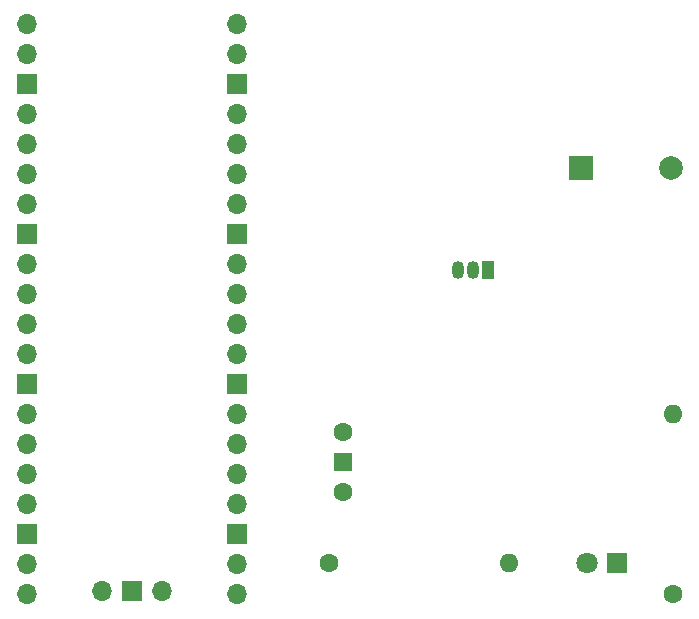
<source format=gbr>
%TF.GenerationSoftware,KiCad,Pcbnew,8.0.1*%
%TF.CreationDate,2024-04-01T02:41:18-03:00*%
%TF.ProjectId,PonderadaPCB,506f6e64-6572-4616-9461-5043422e6b69,rev?*%
%TF.SameCoordinates,Original*%
%TF.FileFunction,Copper,L2,Bot*%
%TF.FilePolarity,Positive*%
%FSLAX46Y46*%
G04 Gerber Fmt 4.6, Leading zero omitted, Abs format (unit mm)*
G04 Created by KiCad (PCBNEW 8.0.1) date 2024-04-01 02:41:18*
%MOMM*%
%LPD*%
G01*
G04 APERTURE LIST*
%TA.AperFunction,ComponentPad*%
%ADD10R,1.500000X1.500000*%
%TD*%
%TA.AperFunction,ComponentPad*%
%ADD11C,1.600000*%
%TD*%
%TA.AperFunction,ComponentPad*%
%ADD12R,1.800000X1.800000*%
%TD*%
%TA.AperFunction,ComponentPad*%
%ADD13C,1.800000*%
%TD*%
%TA.AperFunction,ComponentPad*%
%ADD14O,1.600000X1.600000*%
%TD*%
%TA.AperFunction,ComponentPad*%
%ADD15R,1.050000X1.500000*%
%TD*%
%TA.AperFunction,ComponentPad*%
%ADD16O,1.050000X1.500000*%
%TD*%
%TA.AperFunction,ComponentPad*%
%ADD17O,1.700000X1.700000*%
%TD*%
%TA.AperFunction,ComponentPad*%
%ADD18R,1.700000X1.700000*%
%TD*%
%TA.AperFunction,ComponentPad*%
%ADD19R,2.000000X2.000000*%
%TD*%
%TA.AperFunction,ComponentPad*%
%ADD20C,2.000000*%
%TD*%
G04 APERTURE END LIST*
D10*
%TO.P,SW1,1,B*%
%TO.N,GND (Switch)*%
X161500000Y-110460000D03*
D11*
%TO.P,SW1,2,C*%
X161500000Y-107920000D03*
%TO.P,SW1,3,A*%
%TO.N,unconnected-(SW1-A-Pad3)*%
X161500000Y-113000000D03*
%TD*%
D12*
%TO.P,D1,1,K*%
%TO.N,GND (LED)*%
X184775000Y-119000000D03*
D13*
%TO.P,D1,2,A*%
%TO.N,Net-(D1-A)*%
X182235000Y-119000000D03*
%TD*%
D11*
%TO.P,R1,1*%
%TO.N,GP17 (LED)*%
X160380000Y-119000000D03*
D14*
%TO.P,R1,2*%
%TO.N,Net-(D1-A)*%
X175620000Y-119000000D03*
%TD*%
D15*
%TO.P,Q1,1,C*%
%TO.N,Net-(BZ1--)*%
X173770000Y-94140000D03*
D16*
%TO.P,Q1,2,B*%
%TO.N,Net-(Q1-B)*%
X172500000Y-94140000D03*
%TO.P,Q1,3,E*%
%TO.N,GND (Buzzer)*%
X171230000Y-94140000D03*
%TD*%
D17*
%TO.P,U1,1,GPIO0*%
%TO.N,unconnected-(U1-GPIO0-Pad1)*%
X134755000Y-73355000D03*
%TO.P,U1,2,GPIO1*%
%TO.N,unconnected-(U1-GPIO1-Pad2)*%
X134755000Y-75895000D03*
D18*
%TO.P,U1,3,GND*%
%TO.N,unconnected-(U1-GND-Pad3)*%
X134755000Y-78435000D03*
D17*
%TO.P,U1,4,GPIO2*%
%TO.N,unconnected-(U1-GPIO2-Pad4)*%
X134755000Y-80975000D03*
%TO.P,U1,5,GPIO3*%
%TO.N,unconnected-(U1-GPIO3-Pad5)*%
X134755000Y-83515000D03*
%TO.P,U1,6,GPIO4*%
%TO.N,unconnected-(U1-GPIO4-Pad6)*%
X134755000Y-86055000D03*
%TO.P,U1,7,GPIO5*%
%TO.N,unconnected-(U1-GPIO5-Pad7)*%
X134755000Y-88595000D03*
D18*
%TO.P,U1,8,GND*%
%TO.N,unconnected-(U1-GND-Pad8)*%
X134755000Y-91135000D03*
D17*
%TO.P,U1,9,GPIO6*%
%TO.N,unconnected-(U1-GPIO6-Pad9)*%
X134755000Y-93675000D03*
%TO.P,U1,10,GPIO7*%
%TO.N,unconnected-(U1-GPIO7-Pad10)*%
X134755000Y-96215000D03*
%TO.P,U1,11,GPIO8*%
%TO.N,unconnected-(U1-GPIO8-Pad11)*%
X134755000Y-98755000D03*
%TO.P,U1,12,GPIO9*%
%TO.N,unconnected-(U1-GPIO9-Pad12)*%
X134755000Y-101295000D03*
D18*
%TO.P,U1,13,GND*%
%TO.N,unconnected-(U1-GND-Pad13)*%
X134755000Y-103835000D03*
D17*
%TO.P,U1,14,GPIO10*%
%TO.N,unconnected-(U1-GPIO10-Pad14)*%
X134755000Y-106375000D03*
%TO.P,U1,15,GPIO11*%
%TO.N,unconnected-(U1-GPIO11-Pad15)*%
X134755000Y-108915000D03*
%TO.P,U1,16,GPIO12*%
%TO.N,unconnected-(U1-GPIO12-Pad16)*%
X134755000Y-111455000D03*
%TO.P,U1,17,GPIO13*%
%TO.N,unconnected-(U1-GPIO13-Pad17)*%
X134755000Y-113995000D03*
D18*
%TO.P,U1,18,GND*%
%TO.N,unconnected-(U1-GND-Pad18)*%
X134755000Y-116535000D03*
D17*
%TO.P,U1,19,GPIO14*%
%TO.N,unconnected-(U1-GPIO14-Pad19)*%
X134755000Y-119075000D03*
%TO.P,U1,20,GPIO15*%
%TO.N,unconnected-(U1-GPIO15-Pad20)*%
X134755000Y-121615000D03*
%TO.P,U1,21,GPIO16*%
%TO.N,GP16 (Buzzer)*%
X152535000Y-121615000D03*
%TO.P,U1,22,GPIO17*%
%TO.N,GP17 (LED)*%
X152535000Y-119075000D03*
D18*
%TO.P,U1,23,GND*%
%TO.N,GND (Switch)*%
X152535000Y-116535000D03*
D17*
%TO.P,U1,24,GPIO18*%
X152535000Y-113995000D03*
%TO.P,U1,25,GPIO19*%
X152535000Y-111455000D03*
%TO.P,U1,26,GPIO20*%
%TO.N,unconnected-(U1-GPIO20-Pad26)*%
X152535000Y-108915000D03*
%TO.P,U1,27,GPIO21*%
%TO.N,unconnected-(U1-GPIO21-Pad27)*%
X152535000Y-106375000D03*
D18*
%TO.P,U1,28,GND*%
%TO.N,GND (LED)*%
X152535000Y-103835000D03*
D17*
%TO.P,U1,29,GPIO22*%
%TO.N,unconnected-(U1-GPIO22-Pad29)*%
X152535000Y-101295000D03*
%TO.P,U1,30,RUN*%
%TO.N,unconnected-(U1-RUN-Pad30)*%
X152535000Y-98755000D03*
%TO.P,U1,31,GPIO26_ADC0*%
%TO.N,unconnected-(U1-GPIO26_ADC0-Pad31)*%
X152535000Y-96215000D03*
%TO.P,U1,32,GPIO27_ADC1*%
%TO.N,unconnected-(U1-GPIO27_ADC1-Pad32)*%
X152535000Y-93675000D03*
D18*
%TO.P,U1,33,AGND*%
%TO.N,unconnected-(U1-AGND-Pad33)*%
X152535000Y-91135000D03*
D17*
%TO.P,U1,34,GPIO28_ADC2*%
%TO.N,unconnected-(U1-GPIO28_ADC2-Pad34)*%
X152535000Y-88595000D03*
%TO.P,U1,35,ADC_VREF*%
%TO.N,unconnected-(U1-ADC_VREF-Pad35)*%
X152535000Y-86055000D03*
%TO.P,U1,36,3V3*%
%TO.N,unconnected-(U1-3V3-Pad36)*%
X152535000Y-83515000D03*
%TO.P,U1,37,3V3_EN*%
%TO.N,unconnected-(U1-3V3_EN-Pad37)*%
X152535000Y-80975000D03*
D18*
%TO.P,U1,38,GND*%
%TO.N,GND (Buzzer)*%
X152535000Y-78435000D03*
D17*
%TO.P,U1,39,VSYS*%
%TO.N,VCC*%
X152535000Y-75895000D03*
%TO.P,U1,40,VBUS*%
%TO.N,unconnected-(U1-VBUS-Pad40)*%
X152535000Y-73355000D03*
%TO.P,U1,41,SWCLK*%
%TO.N,unconnected-(U1-SWCLK-Pad41)*%
X141105000Y-121385000D03*
D18*
%TO.P,U1,42,GND*%
%TO.N,unconnected-(U1-GND-Pad42)*%
X143645000Y-121385000D03*
D17*
%TO.P,U1,43,SWDIO*%
%TO.N,unconnected-(U1-SWDIO-Pad43)*%
X146185000Y-121385000D03*
%TD*%
D19*
%TO.P,BZ1,1,+*%
%TO.N,VCC*%
X181700000Y-85500000D03*
D20*
%TO.P,BZ1,2,-*%
%TO.N,Net-(BZ1--)*%
X189300000Y-85500000D03*
%TD*%
D11*
%TO.P,R2,1*%
%TO.N,GP16 (Buzzer)*%
X189500000Y-121620000D03*
D14*
%TO.P,R2,2*%
%TO.N,Net-(Q1-B)*%
X189500000Y-106380000D03*
%TD*%
M02*

</source>
